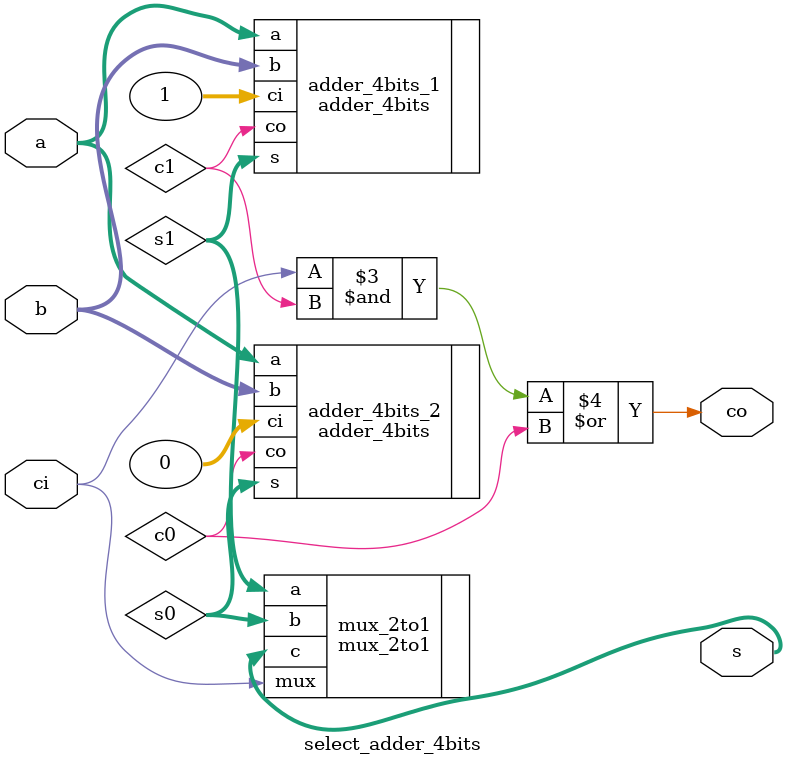
<source format=v>
module select_adder_4bits(a, b, ci, s, co);

 input [3:0] a;
 input [3:0] b;
 input ci;
 output [3:0] s;
 output co;
 
 wire [3:0] s1,s0;
 wire c1,c0;
 
 adder_4bits adder_4bits_1(.a(a), .b(b), .ci(1), .s(s1), .co(c1));
 adder_4bits adder_4bits_2(.a(a), .b(b), .ci(0), .s(s0), .co(c0)); 
 mux_2to1 #(.N(4)) mux_2to1(.a(s1), .b(s0), .mux(ci), .c(s));
 assign co=(ci&c1)|c0;
 
endmodule
</source>
